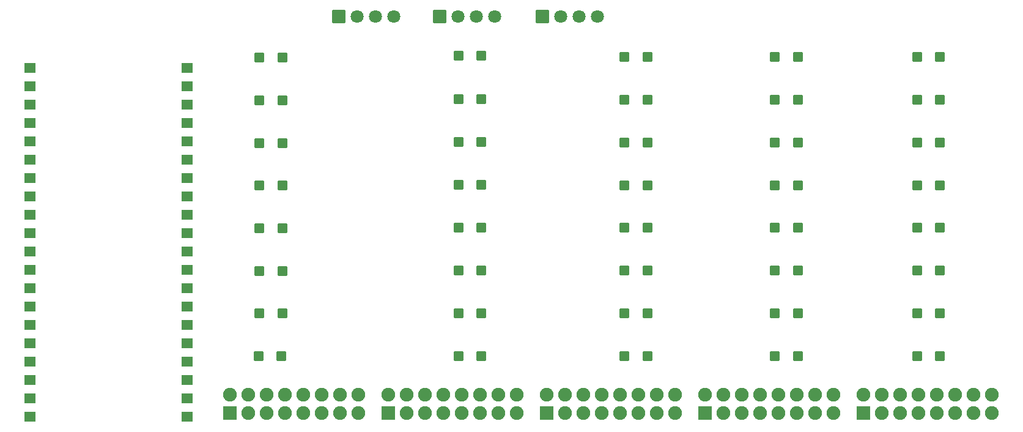
<source format=gts>
G04 Layer: TopSolderMaskLayer*
G04 EasyEDA v6.5.40, 2025-03-18 22:52:05*
G04 b39658bcca46432a934d06cf3c5ad792,51c3989a86a440af9e0a32d2c4c87c08,10*
G04 Gerber Generator version 0.2*
G04 Scale: 100 percent, Rotated: No, Reflected: No *
G04 Dimensions in millimeters *
G04 leading zeros omitted , absolute positions ,4 integer and 5 decimal *
%FSLAX45Y45*%
%MOMM*%

%AMMACRO1*1,1,$1,$2,$3*1,1,$1,$4,$5*1,1,$1,0-$2,0-$3*1,1,$1,0-$4,0-$5*20,1,$1,$2,$3,$4,$5,0*20,1,$1,$4,$5,0-$2,0-$3,0*20,1,$1,0-$2,0-$3,0-$4,0-$5,0*20,1,$1,0-$4,0-$5,$2,$3,0*4,1,4,$2,$3,$4,$5,0-$2,0-$3,0-$4,0-$5,$2,$3,0*%
%ADD10MACRO1,0.1016X-0.85X0.85X0.85X0.85*%
%ADD11C,1.8016*%
%ADD12MACRO1,0.1016X0.889X-0.9X-0.889X-0.9*%
%ADD13C,1.9016*%
%ADD14MACRO1,0.1016X-0.6X0.6X0.6X0.6*%
%ADD15MACRO1,0.1016X0.75X-0.6X-0.75X-0.6*%

%LPD*%
D10*
G01*
X8166100Y9156700D03*
D11*
G01*
X8420100Y9156700D03*
G01*
X8674100Y9156700D03*
G01*
X8928100Y9156700D03*
D10*
G01*
X6743700Y9156700D03*
D11*
G01*
X6997700Y9156700D03*
G01*
X7251700Y9156700D03*
G01*
X7505700Y9156700D03*
D10*
G01*
X5346700Y9156700D03*
D11*
G01*
X5600700Y9156700D03*
G01*
X5854700Y9156700D03*
G01*
X6108700Y9156700D03*
D12*
G01*
X6029325Y3670300D03*
D13*
G01*
X6029325Y3924300D03*
G01*
X6283325Y3670300D03*
G01*
X6283325Y3924300D03*
G01*
X6537325Y3670300D03*
G01*
X6537325Y3924300D03*
G01*
X6791325Y3670300D03*
G01*
X6791325Y3924300D03*
G01*
X7045325Y3670300D03*
G01*
X7045325Y3924300D03*
G01*
X7299325Y3670300D03*
G01*
X7299325Y3924300D03*
G01*
X7553325Y3670300D03*
G01*
X7553325Y3924300D03*
G01*
X7807325Y3670300D03*
G01*
X7807325Y3924300D03*
D12*
G01*
X8223250Y3670300D03*
D13*
G01*
X8223250Y3924300D03*
G01*
X8477250Y3670300D03*
G01*
X8477250Y3924300D03*
G01*
X8731250Y3670300D03*
G01*
X8731250Y3924300D03*
G01*
X8985250Y3670300D03*
G01*
X8985250Y3924300D03*
G01*
X9239250Y3670300D03*
G01*
X9239250Y3924300D03*
G01*
X9493250Y3670300D03*
G01*
X9493250Y3924300D03*
G01*
X9747250Y3670300D03*
G01*
X9747250Y3924300D03*
G01*
X10001250Y3670300D03*
G01*
X10001250Y3924300D03*
D12*
G01*
X10417175Y3670300D03*
D13*
G01*
X10417175Y3924300D03*
G01*
X10671175Y3670300D03*
G01*
X10671175Y3924300D03*
G01*
X10925175Y3670300D03*
G01*
X10925175Y3924300D03*
G01*
X11179175Y3670300D03*
G01*
X11179175Y3924300D03*
G01*
X11433175Y3670300D03*
G01*
X11433175Y3924300D03*
G01*
X11687175Y3670300D03*
G01*
X11687175Y3924300D03*
G01*
X11941175Y3670300D03*
G01*
X11941175Y3924300D03*
G01*
X12195175Y3670300D03*
G01*
X12195175Y3924300D03*
D12*
G01*
X12611100Y3670300D03*
D13*
G01*
X12611100Y3924300D03*
G01*
X12865100Y3670300D03*
G01*
X12865100Y3924300D03*
G01*
X13119100Y3670300D03*
G01*
X13119100Y3924300D03*
G01*
X13373100Y3670300D03*
G01*
X13373100Y3924300D03*
G01*
X13627100Y3670300D03*
G01*
X13627100Y3924300D03*
G01*
X13881100Y3670300D03*
G01*
X13881100Y3924300D03*
G01*
X14135100Y3670300D03*
G01*
X14135100Y3924300D03*
G01*
X14389100Y3670300D03*
G01*
X14389100Y3924300D03*
D12*
G01*
X3835400Y3670300D03*
D13*
G01*
X3835400Y3924300D03*
G01*
X4089400Y3670300D03*
G01*
X4089400Y3924300D03*
G01*
X4343400Y3670300D03*
G01*
X4343400Y3924300D03*
G01*
X4597400Y3670300D03*
G01*
X4597400Y3924300D03*
G01*
X4851400Y3670300D03*
G01*
X4851400Y3924300D03*
G01*
X5105400Y3670300D03*
G01*
X5105400Y3924300D03*
G01*
X5359400Y3670300D03*
G01*
X5359400Y3924300D03*
G01*
X5613400Y3670300D03*
G01*
X5613400Y3924300D03*
D14*
G01*
X4566836Y8585281D03*
G01*
X4246836Y8585281D03*
G01*
X4566836Y7995627D03*
G01*
X4246836Y7995627D03*
G01*
X4566836Y7405974D03*
G01*
X4246836Y7405974D03*
G01*
X4566836Y6816321D03*
G01*
X4246836Y6816321D03*
G01*
X4566836Y6226667D03*
G01*
X4246836Y6226667D03*
G01*
X4566836Y5637014D03*
G01*
X4246836Y5637014D03*
G01*
X4566836Y5047361D03*
G01*
X4246836Y5047361D03*
G01*
X4554199Y4457705D03*
G01*
X4234200Y4457705D03*
G01*
X7322797Y8610681D03*
G01*
X7002797Y8610681D03*
G01*
X7322797Y8017400D03*
G01*
X7002797Y8017400D03*
G01*
X7322797Y7424112D03*
G01*
X7002797Y7424112D03*
G01*
X7322797Y6830832D03*
G01*
X7002797Y6830832D03*
G01*
X7322797Y6237551D03*
G01*
X7002797Y6237551D03*
G01*
X7322797Y5644268D03*
G01*
X7002797Y5644268D03*
G01*
X7322797Y5050988D03*
G01*
X7002797Y5050988D03*
G01*
X7322799Y4457705D03*
G01*
X7002800Y4457705D03*
G01*
X9621436Y8597981D03*
G01*
X9301436Y8597981D03*
G01*
X9621436Y8006514D03*
G01*
X9301436Y8006514D03*
G01*
X9621436Y7415044D03*
G01*
X9301436Y7415044D03*
G01*
X9621436Y6823577D03*
G01*
X9301436Y6823577D03*
G01*
X9621436Y6232110D03*
G01*
X9301436Y6232110D03*
G01*
X9621436Y5640644D03*
G01*
X9301436Y5640644D03*
G01*
X9621436Y5049172D03*
G01*
X9301436Y5049172D03*
G01*
X9621438Y4457705D03*
G01*
X9301439Y4457705D03*
G01*
X11704266Y8597981D03*
G01*
X11384267Y8597981D03*
G01*
X11704266Y8006511D03*
G01*
X11384267Y8006511D03*
G01*
X11704266Y7415042D03*
G01*
X11384267Y7415042D03*
G01*
X11704266Y6823572D03*
G01*
X11384267Y6823572D03*
G01*
X11704266Y6232108D03*
G01*
X11384267Y6232108D03*
G01*
X11704266Y5640646D03*
G01*
X11384267Y5640646D03*
G01*
X11704266Y5049177D03*
G01*
X11384267Y5049177D03*
G01*
X11704261Y4457705D03*
G01*
X11384262Y4457705D03*
G01*
X13672774Y8597981D03*
G01*
X13352774Y8597981D03*
G01*
X13672774Y8006509D03*
G01*
X13352774Y8006509D03*
G01*
X13672774Y7415044D03*
G01*
X13352774Y7415044D03*
G01*
X13672774Y6823572D03*
G01*
X13352774Y6823572D03*
G01*
X13672774Y6232108D03*
G01*
X13352774Y6232108D03*
G01*
X13672774Y5640636D03*
G01*
X13352774Y5640636D03*
G01*
X13672774Y5049172D03*
G01*
X13352774Y5049172D03*
G01*
X13672769Y4457705D03*
G01*
X13352769Y4457705D03*
D15*
G01*
X3243098Y3619210D03*
G01*
X3243098Y3873210D03*
G01*
X3243101Y4127210D03*
G01*
X3243101Y4381207D03*
G01*
X3243101Y4635207D03*
G01*
X3243101Y4889207D03*
G01*
X3243101Y5143207D03*
G01*
X3243101Y5397207D03*
G01*
X3243101Y5651205D03*
G01*
X3243101Y5905205D03*
G01*
X3243101Y6159205D03*
G01*
X3243101Y6413205D03*
G01*
X3243101Y6667205D03*
G01*
X3243101Y6921202D03*
G01*
X3243101Y7175202D03*
G01*
X3243101Y7429202D03*
G01*
X3243101Y7683202D03*
G01*
X3243101Y7937202D03*
G01*
X3243101Y8191200D03*
G01*
X3243101Y8445200D03*
G01*
X1073104Y8441199D03*
G01*
X1073104Y8187199D03*
G01*
X1073104Y7933202D03*
G01*
X1073104Y7679202D03*
G01*
X1073104Y7425202D03*
G01*
X1073104Y7171202D03*
G01*
X1073104Y6917202D03*
G01*
X1073104Y6663204D03*
G01*
X1073104Y6409204D03*
G01*
X1073104Y6155204D03*
G01*
X1073104Y5901204D03*
G01*
X1073104Y5647204D03*
G01*
X1073104Y5393207D03*
G01*
X1073104Y5139207D03*
G01*
X1073104Y4885207D03*
G01*
X1073104Y4631207D03*
G01*
X1073104Y4377207D03*
G01*
X1073104Y4123209D03*
G01*
X1073104Y3869209D03*
G01*
X1073104Y3615209D03*
M02*

</source>
